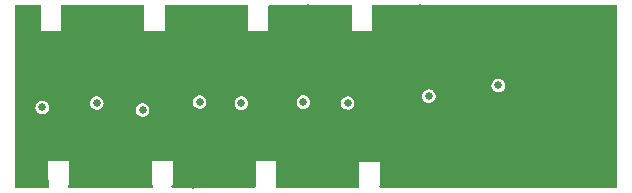
<source format=gbl>
G04 Layer: BottomLayer*
G04 EasyEDA v6.4.25, 2021-09-22T10:01:34+05:30*
G04 8cc9cb2f6d7c45b292ba83ed26aff0c4,f7b9aed3ca5c4f10b20383f968238e49,10*
G04 Gerber Generator version 0.2*
G04 Scale: 100 percent, Rotated: No, Reflected: No *
G04 Dimensions in inches *
G04 leading zeros omitted , absolute positions ,3 integer and 6 decimal *
%FSLAX36Y36*%
%MOIN*%

%ADD14C,0.0250*%

%LPD*%
G36*
X13839Y9840D02*
G01*
X12320Y10140D01*
X11020Y11020D01*
X10140Y12320D01*
X9840Y13839D01*
X9840Y615720D01*
X10140Y617260D01*
X11020Y618540D01*
X12320Y619420D01*
X13839Y619720D01*
X91780Y619720D01*
X93280Y619420D01*
X94560Y618600D01*
X95420Y617340D01*
X95760Y615860D01*
X95200Y612660D01*
X95200Y550600D01*
X95399Y549200D01*
X95399Y533100D01*
X95800Y532720D01*
X100900Y532720D01*
X102300Y532920D01*
X162399Y532920D01*
X163320Y533540D01*
X163400Y533900D01*
X163400Y611600D01*
X163560Y612700D01*
X164020Y613720D01*
X163500Y615300D01*
X163680Y616960D01*
X164500Y618400D01*
X165859Y619380D01*
X167480Y619720D01*
X437400Y619720D01*
X438900Y619420D01*
X440180Y618600D01*
X441040Y617340D01*
X441400Y615860D01*
X441160Y614360D01*
X440840Y613500D01*
X440680Y612280D01*
X440680Y550240D01*
X440880Y548840D01*
X440880Y532740D01*
X441280Y532340D01*
X446400Y532340D01*
X447800Y532540D01*
X507900Y532540D01*
X508820Y533180D01*
X508880Y533540D01*
X508880Y611220D01*
X509040Y612320D01*
X509400Y613500D01*
X508760Y615100D01*
X508860Y616800D01*
X509680Y618320D01*
X511040Y619360D01*
X512720Y619720D01*
X782980Y619720D01*
X784479Y619420D01*
X785759Y618600D01*
X786640Y617340D01*
X786979Y615860D01*
X786740Y614360D01*
X786460Y613600D01*
X786320Y612400D01*
X786320Y550340D01*
X786520Y548940D01*
X786520Y532840D01*
X786900Y532460D01*
X792020Y532460D01*
X793420Y532660D01*
X853520Y532660D01*
X854440Y533280D01*
X854520Y533640D01*
X854520Y611320D01*
X854659Y612440D01*
X855080Y613500D01*
X854460Y615100D01*
X854560Y616800D01*
X855380Y618320D01*
X856740Y619360D01*
X858420Y619720D01*
X1127980Y619720D01*
X1129480Y619420D01*
X1130760Y618600D01*
X1131620Y617340D01*
X1131980Y615860D01*
X1131560Y613080D01*
X1131560Y551040D01*
X1131760Y549640D01*
X1131760Y533540D01*
X1132160Y533140D01*
X1137260Y533140D01*
X1138660Y533340D01*
X1198760Y533340D01*
X1199680Y533960D01*
X1199760Y534340D01*
X1199760Y612020D01*
X1199920Y613120D01*
X1200360Y614140D01*
X1200200Y614880D01*
X1200220Y616660D01*
X1201000Y618240D01*
X1202400Y619320D01*
X1204120Y619720D01*
X2013360Y619720D01*
X2014880Y619420D01*
X2016180Y618540D01*
X2017060Y617260D01*
X2017360Y615720D01*
X2017360Y13839D01*
X2017060Y12320D01*
X2016180Y11020D01*
X2014880Y10140D01*
X2013360Y9840D01*
X1228380Y9840D01*
X1226720Y10200D01*
X1225360Y11220D01*
X1224540Y12720D01*
X1224440Y14420D01*
X1225100Y16379D01*
X1225100Y94060D01*
X1225260Y95140D01*
X1225680Y96140D01*
X1225420Y96199D01*
X1209420Y96199D01*
X1207220Y96700D01*
X1157340Y96700D01*
X1157060Y96340D01*
X1156900Y95140D01*
X1156900Y33080D01*
X1157100Y31680D01*
X1157100Y15580D01*
X1157300Y14620D01*
X1157260Y12880D01*
X1156460Y11299D01*
X1155080Y10220D01*
X1153380Y9840D01*
X882720Y9840D01*
X881200Y10140D01*
X879900Y11020D01*
X879020Y12320D01*
X878720Y13839D01*
X879020Y15380D01*
X880300Y17180D01*
X880380Y17540D01*
X880380Y95220D01*
X880520Y96300D01*
X880939Y97300D01*
X864700Y97340D01*
X862480Y97840D01*
X812620Y97840D01*
X812320Y97500D01*
X812180Y96300D01*
X812180Y34240D01*
X812380Y32840D01*
X812380Y16740D01*
X813280Y14460D01*
X813180Y12760D01*
X812380Y11240D01*
X811000Y10220D01*
X809320Y9840D01*
X534780Y9840D01*
X533160Y10200D01*
X531800Y11180D01*
X530980Y12620D01*
X530800Y14300D01*
X531340Y15880D01*
X532460Y17100D01*
X535060Y18160D01*
X535320Y18820D01*
X535320Y96500D01*
X535480Y97579D01*
X535900Y98580D01*
X535640Y98640D01*
X519660Y98640D01*
X517440Y99140D01*
X467560Y99140D01*
X467280Y98780D01*
X467120Y97579D01*
X467120Y35520D01*
X467320Y34120D01*
X467320Y18020D01*
X467400Y17680D01*
X468820Y16920D01*
X469840Y15640D01*
X470260Y14080D01*
X470020Y12480D01*
X469180Y11100D01*
X467860Y10180D01*
X466260Y9840D01*
X189640Y9840D01*
X188039Y10180D01*
X186700Y11140D01*
X185859Y12540D01*
X185660Y14180D01*
X186140Y15740D01*
X187200Y17000D01*
X189040Y17980D01*
X189300Y18640D01*
X189300Y96340D01*
X189460Y97400D01*
X189880Y98400D01*
X189620Y98460D01*
X173640Y98460D01*
X171420Y98960D01*
X121540Y98960D01*
X121260Y98620D01*
X121100Y97400D01*
X121100Y35340D01*
X121300Y33960D01*
X121300Y17840D01*
X123059Y15960D01*
X123620Y14360D01*
X123480Y12680D01*
X122660Y11200D01*
X121300Y10200D01*
X119660Y9840D01*
G37*

%LPC*%
G36*
X283060Y269680D02*
G01*
X286880Y270180D01*
X290560Y271300D01*
X294000Y273040D01*
X297100Y275320D01*
X299760Y278100D01*
X301900Y281280D01*
X303500Y284800D01*
X304460Y288520D01*
X304780Y292340D01*
X304460Y296180D01*
X303500Y299900D01*
X301900Y303420D01*
X299760Y306600D01*
X297100Y309380D01*
X294000Y311660D01*
X290560Y313400D01*
X286880Y314520D01*
X283060Y315020D01*
X279220Y314840D01*
X275460Y314040D01*
X271900Y312600D01*
X268620Y310580D01*
X265720Y308040D01*
X263300Y305060D01*
X261439Y301700D01*
X260159Y298060D01*
X259500Y294280D01*
X259500Y290420D01*
X260159Y286640D01*
X261439Y283000D01*
X263300Y279640D01*
X265720Y276660D01*
X268620Y274100D01*
X271900Y272100D01*
X275460Y270660D01*
X279220Y269840D01*
G37*
G36*
X1621440Y327819D02*
G01*
X1625260Y328300D01*
X1628940Y329440D01*
X1632380Y331160D01*
X1635480Y333459D01*
X1638140Y336240D01*
X1640300Y339420D01*
X1641879Y342920D01*
X1642840Y346640D01*
X1643180Y350480D01*
X1642840Y354320D01*
X1641879Y358040D01*
X1640300Y361540D01*
X1638140Y364739D01*
X1635480Y367520D01*
X1632380Y369799D01*
X1628940Y371540D01*
X1625260Y372660D01*
X1621440Y373140D01*
X1617600Y372980D01*
X1613839Y372180D01*
X1610280Y370740D01*
X1607000Y368720D01*
X1604100Y366180D01*
X1601699Y363180D01*
X1599820Y359820D01*
X1598540Y356200D01*
X1597880Y352400D01*
X1597880Y348560D01*
X1598540Y344760D01*
X1599820Y341140D01*
X1601699Y337780D01*
X1604100Y334780D01*
X1607000Y332239D01*
X1610280Y330220D01*
X1613839Y328800D01*
X1617600Y327980D01*
G37*
G36*
X1390380Y292220D02*
G01*
X1394180Y292700D01*
X1397860Y293840D01*
X1401300Y295560D01*
X1404400Y297860D01*
X1407060Y300620D01*
X1409220Y303820D01*
X1410800Y307320D01*
X1411759Y311040D01*
X1412100Y314880D01*
X1411759Y318720D01*
X1410800Y322440D01*
X1409220Y325940D01*
X1407060Y329140D01*
X1404400Y331900D01*
X1401300Y334200D01*
X1397860Y335920D01*
X1394180Y337060D01*
X1390380Y337540D01*
X1386519Y337380D01*
X1382760Y336580D01*
X1379199Y335140D01*
X1375920Y333120D01*
X1373040Y330580D01*
X1370620Y327580D01*
X1368740Y324219D01*
X1367460Y320600D01*
X1366800Y316800D01*
X1366800Y312960D01*
X1367460Y309160D01*
X1368740Y305540D01*
X1370620Y302180D01*
X1373040Y299180D01*
X1375920Y296640D01*
X1379199Y294620D01*
X1382760Y293180D01*
X1386519Y292380D01*
G37*
G36*
X626200Y272580D02*
G01*
X630020Y273060D01*
X633700Y274200D01*
X637120Y275920D01*
X640220Y278220D01*
X642880Y280980D01*
X645040Y284180D01*
X646620Y287680D01*
X647600Y291400D01*
X647920Y295240D01*
X647600Y299080D01*
X646620Y302800D01*
X645040Y306300D01*
X642880Y309500D01*
X640220Y312260D01*
X637120Y314560D01*
X633700Y316280D01*
X630020Y317420D01*
X626200Y317900D01*
X622360Y317740D01*
X618580Y316940D01*
X615020Y315500D01*
X611740Y313480D01*
X608860Y310940D01*
X606440Y307940D01*
X604560Y304580D01*
X603280Y300960D01*
X602620Y297160D01*
X602620Y293320D01*
X603280Y289520D01*
X604560Y285900D01*
X606440Y282540D01*
X608860Y279540D01*
X611740Y277000D01*
X615020Y274980D01*
X618580Y273540D01*
X622360Y272740D01*
G37*
G36*
X435900Y245960D02*
G01*
X439700Y246460D01*
X443380Y247580D01*
X446820Y249320D01*
X449920Y251600D01*
X452580Y254380D01*
X454739Y257560D01*
X456320Y261080D01*
X457280Y264800D01*
X457620Y268640D01*
X457280Y272460D01*
X456320Y276180D01*
X454739Y279700D01*
X452580Y282880D01*
X449920Y285660D01*
X446820Y287940D01*
X443380Y289680D01*
X439700Y290800D01*
X435900Y291300D01*
X432040Y291140D01*
X428280Y290320D01*
X424720Y288880D01*
X421440Y286880D01*
X418560Y284320D01*
X416140Y281340D01*
X414260Y277980D01*
X412980Y274340D01*
X412320Y270560D01*
X412320Y266700D01*
X412980Y262920D01*
X414260Y259280D01*
X416140Y255920D01*
X418560Y252940D01*
X421440Y250400D01*
X424720Y248380D01*
X428280Y246940D01*
X432040Y246140D01*
G37*
G36*
X101340Y254820D02*
G01*
X105140Y255320D01*
X108820Y256439D01*
X112260Y258180D01*
X115360Y260460D01*
X118020Y263240D01*
X120180Y266420D01*
X121760Y269940D01*
X122720Y273660D01*
X123059Y277480D01*
X122720Y281320D01*
X121760Y285040D01*
X120180Y288560D01*
X118020Y291740D01*
X115360Y294520D01*
X112260Y296800D01*
X108820Y298540D01*
X105140Y299660D01*
X101340Y300160D01*
X97480Y299980D01*
X93720Y299180D01*
X90160Y297740D01*
X86880Y295720D01*
X84000Y293180D01*
X81580Y290200D01*
X79700Y286840D01*
X78420Y283200D01*
X77760Y279420D01*
X77760Y275560D01*
X78420Y271780D01*
X79700Y268140D01*
X81580Y264780D01*
X84000Y261800D01*
X86880Y259240D01*
X90160Y257240D01*
X93720Y255799D01*
X97480Y254980D01*
G37*
G36*
X764940Y268740D02*
G01*
X768760Y269240D01*
X772440Y270360D01*
X775860Y272100D01*
X778960Y274380D01*
X781620Y277160D01*
X783780Y280340D01*
X785360Y283860D01*
X786340Y287580D01*
X786660Y291420D01*
X786340Y295240D01*
X785360Y298960D01*
X783780Y302480D01*
X781620Y305660D01*
X778960Y308440D01*
X775860Y310720D01*
X772440Y312460D01*
X768760Y313580D01*
X764940Y314080D01*
X761100Y313920D01*
X757320Y313100D01*
X753760Y311660D01*
X750480Y309660D01*
X747600Y307100D01*
X745180Y304120D01*
X743300Y300760D01*
X742020Y297120D01*
X741360Y293340D01*
X741360Y289480D01*
X742020Y285700D01*
X743300Y282060D01*
X745180Y278700D01*
X747600Y275720D01*
X750480Y273180D01*
X753760Y271160D01*
X757320Y269720D01*
X761100Y268920D01*
G37*
G36*
X1119360Y268740D02*
G01*
X1123180Y269240D01*
X1126860Y270360D01*
X1130280Y272100D01*
X1133380Y274380D01*
X1136040Y277160D01*
X1138200Y280340D01*
X1139780Y283860D01*
X1140760Y287580D01*
X1141080Y291420D01*
X1140760Y295240D01*
X1139780Y298960D01*
X1138200Y302480D01*
X1136040Y305660D01*
X1133380Y308440D01*
X1130280Y310720D01*
X1126860Y312460D01*
X1123180Y313580D01*
X1119360Y314080D01*
X1115520Y313920D01*
X1111740Y313100D01*
X1108180Y311660D01*
X1104900Y309660D01*
X1102020Y307100D01*
X1099600Y304120D01*
X1097720Y300760D01*
X1096440Y297120D01*
X1095780Y293340D01*
X1095780Y289480D01*
X1096440Y285700D01*
X1097720Y282060D01*
X1099600Y278700D01*
X1102020Y275720D01*
X1104900Y273180D01*
X1108180Y271160D01*
X1111740Y269720D01*
X1115520Y268920D01*
G37*
G36*
X972180Y272540D02*
G01*
X975980Y273020D01*
X979659Y274160D01*
X983100Y275880D01*
X986200Y278180D01*
X988860Y280940D01*
X991020Y284140D01*
X992600Y287640D01*
X993560Y291360D01*
X993900Y295200D01*
X993560Y299040D01*
X992600Y302760D01*
X991020Y306260D01*
X988860Y309460D01*
X986200Y312220D01*
X983100Y314520D01*
X979659Y316240D01*
X975980Y317380D01*
X972180Y317860D01*
X968319Y317700D01*
X964560Y316900D01*
X961000Y315460D01*
X957720Y313440D01*
X954820Y310900D01*
X952420Y307900D01*
X950540Y304540D01*
X949260Y300920D01*
X948600Y297120D01*
X948600Y293280D01*
X949260Y289480D01*
X950540Y285860D01*
X952420Y282500D01*
X954820Y279500D01*
X957720Y276960D01*
X961000Y274940D01*
X964560Y273500D01*
X968319Y272700D01*
G37*

%LPD*%
D14*
G01*
X314960Y401574D03*
G01*
X285255Y356176D03*
G01*
X165354Y393700D03*
G01*
X259842Y69924D03*
G01*
X47244Y69924D03*
G01*
X232283Y560019D03*
G01*
X31496Y560019D03*
G01*
X393700Y70194D03*
G01*
X606298Y70194D03*
G01*
X511810Y389763D03*
G01*
X661416Y401574D03*
G01*
X618108Y334645D03*
G01*
X858265Y385826D03*
G01*
X1003935Y401574D03*
G01*
X964564Y334511D03*
G01*
X952753Y69790D03*
G01*
X741846Y69790D03*
G01*
X926527Y560140D03*
G01*
X715619Y560140D03*
G01*
X1060786Y559621D03*
G01*
X1271694Y559621D03*
G01*
X1357555Y401574D03*
G01*
X1324284Y336500D03*
G01*
X1296554Y69890D03*
G01*
X1085646Y69890D03*
G01*
X1498534Y89438D03*
G01*
X1743681Y348618D03*
G01*
X1668200Y455113D03*
G01*
X1791790Y91592D03*
G01*
X1705140Y131941D03*
G01*
X1822831Y287368D03*
G01*
X1909929Y51181D03*
G01*
X282104Y292348D03*
G01*
X1389407Y314880D03*
G01*
X625232Y295240D03*
G01*
X971208Y295199D03*
G01*
X100368Y277488D03*
G01*
X434928Y268632D03*
G01*
X763971Y291412D03*
G01*
X1118391Y291412D03*
G01*
X1620486Y350482D03*
G01*
X1208966Y391831D03*
G01*
X1518089Y322916D03*
G01*
X43340Y497228D03*
G01*
X72890Y470042D03*
G01*
X177694Y470042D03*
G01*
X214729Y492106D03*
G01*
X241916Y525596D03*
G01*
X88650Y426308D03*
G01*
X177694Y428278D03*
G01*
X89832Y382968D03*
G01*
X99288Y350660D03*
G01*
X114260Y228520D03*
G01*
X114654Y193060D03*
G01*
X105198Y157206D03*
G01*
X204092Y156024D03*
G01*
X200152Y193454D03*
G01*
X199758Y236006D03*
G01*
X60282Y132778D03*
G01*
X245856Y130414D03*
G01*
X274618Y102834D03*
G01*
X44916Y30338D03*
G01*
X264374Y30338D03*
G01*
X88256Y314412D03*
G01*
X343174Y334900D03*
G01*
X214729Y450736D03*
G01*
X254918Y452312D03*
G01*
X310471Y444432D03*
G01*
X342779Y364450D03*
G01*
X393211Y31520D03*
G01*
X411730Y141051D03*
G01*
X451129Y155235D03*
G01*
X452311Y194636D03*
G01*
X453888Y231672D03*
G01*
X602820Y19700D03*
G01*
X582725Y143810D03*
G01*
X545689Y182028D03*
G01*
X544901Y219064D03*
G01*
X552782Y243097D03*
G01*
X662707Y356176D03*
G01*
X663890Y451918D03*
G01*
X618974Y453099D03*
G01*
X574846Y454282D03*
G01*
X520868Y428278D03*
G01*
X521655Y467283D03*
G01*
X555145Y497228D03*
G01*
X581938Y529142D03*
G01*
X586272Y566572D03*
G01*
X584302Y600850D03*
G01*
X361298Y600850D03*
G01*
X362874Y565784D03*
G01*
X362874Y520080D03*
G01*
X386514Y482256D03*
G01*
X421579Y467283D03*
G01*
X427096Y425126D03*
G01*
X429460Y377058D03*
G01*
X431430Y340022D03*
G01*
X376664Y289196D03*
G01*
X376269Y351842D03*
G01*
X344356Y423944D03*
G01*
X297470Y538992D03*
G01*
X276194Y504714D03*
G01*
X339627Y491712D03*
G01*
X274618Y232854D03*
G01*
X349478Y234824D03*
G01*
X388877Y201334D03*
G01*
X335293Y159963D03*
G01*
X285255Y182816D03*
G01*
X319534Y206456D03*
G01*
X302986Y128443D03*
G01*
X745841Y136718D03*
G01*
X785242Y148931D03*
G01*
X806518Y200545D03*
G01*
X803759Y237582D03*
G01*
X892410Y227732D03*
G01*
X892410Y186756D03*
G01*
X900684Y149720D03*
G01*
X942842Y135930D03*
G01*
X969240Y104804D03*
G01*
X735203Y28368D03*
G01*
X961754Y34672D03*
G01*
X709200Y598092D03*
G01*
X711564Y515746D03*
G01*
X734416Y479891D03*
G01*
X768694Y457040D03*
G01*
X773422Y424338D03*
G01*
X771452Y387301D03*
G01*
X776574Y347902D03*
G01*
X862860Y418822D03*
G01*
X867981Y462162D03*
G01*
X894380Y485014D03*
G01*
X928658Y518504D03*
G01*
X925506Y602820D03*
G01*
X906988Y449947D03*
G01*
X957026Y457040D03*
G01*
X998002Y449947D03*
G01*
X1020066Y371148D03*
G01*
X953085Y238369D03*
G01*
X1086258Y30338D03*
G01*
X1086258Y107956D03*
G01*
X1101624Y143022D03*
G01*
X1137083Y160358D03*
G01*
X1142206Y201334D03*
G01*
X1143388Y236793D03*
G01*
X1114231Y257282D03*
G01*
X1235584Y238764D03*
G01*
X1235584Y204880D03*
G01*
X1245828Y161934D03*
G01*
X1278530Y136718D03*
G01*
X1304140Y109532D03*
G01*
X1302170Y24428D03*
G01*
X1278135Y240734D03*
G01*
X1365210Y358934D03*
G01*
X1358117Y446795D03*
G01*
X1315171Y456251D03*
G01*
X1290743Y507078D03*
G01*
X1209186Y435370D03*
G01*
X1215884Y468859D03*
G01*
X1261194Y493288D03*
G01*
X1302563Y537809D03*
G01*
X1053949Y595334D03*
G01*
X1056708Y520868D03*
G01*
X1080347Y484619D03*
G01*
X1110292Y468859D03*
G01*
X1124082Y434582D03*
G01*
X1121323Y388090D03*
G01*
X1079954Y365632D03*
G01*
X1050797Y402668D03*
G01*
X1027158Y494076D03*
G01*
X1118960Y354206D03*
G01*
X1274590Y599274D03*
G01*
X1058283Y205273D03*
G01*
X1056313Y261222D03*
G01*
X990122Y206062D03*
G01*
X1047252Y144992D03*
G01*
X711169Y359328D03*
G01*
X709987Y416852D03*
G01*
X663102Y514170D03*
G01*
X640250Y550417D03*
G01*
X612670Y518898D03*
G01*
X678467Y542932D03*
G01*
X1335266Y536233D03*
G01*
X1400275Y537416D03*
G01*
X1369150Y500380D03*
G01*
X1327779Y489347D03*
G01*
X1437311Y594152D03*
G01*
X1390032Y462162D03*
G01*
X1422339Y358540D03*
G01*
X1384910Y137899D03*
G01*
X1334478Y139082D03*
G01*
X1297442Y203304D03*
G01*
X1477894Y241521D03*
G01*
X1528719Y242704D03*
G01*
X1562210Y236006D03*
G01*
X1577576Y149720D03*
G01*
X1382545Y24428D03*
G01*
X1397518Y64221D03*
G01*
X1436918Y29944D03*
G01*
X1520445Y30732D03*
G01*
X1586244Y32308D03*
G01*
X1641798Y27974D03*
G01*
X1695382Y29944D03*
G01*
X1787577Y141840D03*
G01*
X1647707Y250584D03*
G01*
X1824614Y398728D03*
G01*
X1825401Y362874D03*
G01*
X1862832Y27580D03*
G01*
X1969605Y29944D03*
G01*
X1999155Y65404D03*
G01*
X1998368Y109532D03*
G01*
X1995610Y159963D03*
G01*
X1997186Y237582D03*
G01*
X1996398Y367996D03*
G01*
X1995216Y418034D03*
G01*
X1992458Y542932D03*
G01*
X1699716Y605184D03*
G01*
X1637858Y604790D03*
G01*
X1576394Y604790D03*
G01*
X1537782Y573270D03*
G01*
X1477894Y601244D03*
G01*
X1367180Y555934D03*
G01*
X1392790Y423156D03*
G01*
X25216Y602426D03*
G01*
X27186Y462162D03*
G01*
X26004Y419610D03*
G01*
X25610Y374693D03*
G01*
X26004Y318351D03*
G01*
X26004Y267132D03*
G01*
X25216Y214336D03*
G01*
X24822Y156418D03*
G01*
X25610Y100076D03*
G01*
X63040Y185968D03*
G01*
X60282Y252948D03*
G01*
X81164Y223004D03*
G01*
X60282Y362085D03*
G01*
X248220Y178088D03*
G01*
X384150Y159176D03*
G01*
X407396Y233248D03*
G01*
X319140Y92984D03*
G01*
X360116Y57917D03*
G01*
X234430Y605184D03*
G01*
X1358117Y607548D03*
G01*
X985000Y607154D03*
G01*
X643008Y606366D03*
G01*
X289590Y606366D03*
M02*

</source>
